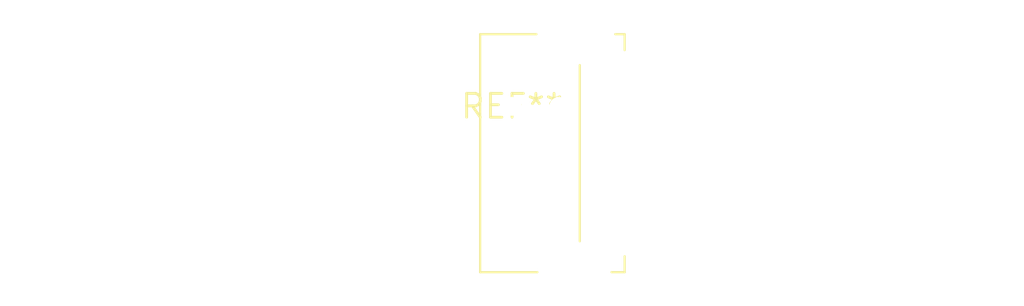
<source format=kicad_pcb>
(kicad_pcb (version 20240108) (generator pcbnew)
  (layers (0 "F.Cu" signal) (31 "B.Cu" signal) (34 "B.Paste" user) (35 "F.Paste" user) (36 "B.SilkS" user "B.Silkscreen") (37 "F.SilkS" user "F.Silkscreen") (38 "B.Mask" user) (39 "F.Mask" user) (44 "Edge.Cuts" user))
  (net 0 "")
  (footprint "RotaryEncoder_Bourns_Horizontal_PEC12R-2x17F-Sxxxx" (layer "F.Cu") (at 0 0)
    (property "Reference" "REF**")
    (property "Value" "RotaryEncoder_Bourns_Horizontal_PEC12R-2x17F-Sxxxx")
    (fp_line (start -1.7 -3.85) (end -1.7 8.85) (layer "F.SilkS") (stroke (width 0.12)))
    (fp_line (start -1.7 8.85) (end 1.35 8.85) (layer "F.SilkS") (stroke (width 0.12)))
    (fp_line (start 1.3 -3.85) (end -1.7 -3.85) (layer "F.SilkS") (stroke (width 0.12)))
    (fp_line (start 3.61 -2.2) (end 3.61 7.2) (layer "F.SilkS") (stroke (width 0.12)))
    (fp_line (start 5.3 8.85) (end 6 8.85) (layer "F.SilkS") (stroke (width 0.12)))
    (fp_line (start 6 -3.85) (end 5.5 -3.85) (layer "F.SilkS") (stroke (width 0.12)))
    (fp_line (start 6 -3) (end 6 -3.85) (layer "F.SilkS") (stroke (width 0.12)))
    (fp_line (start 6 8.85) (end 6 8) (layer "F.SilkS") (stroke (width 0.12)))
    (pad "A" thru_hole roundrect (at 0 0 270) (size 1.524 1.524) (drill 1) (layers *.Cu *.Mask) (remove_unused_layers) (roundrect_rratio 0.1640419948))
    (pad "B" thru_hole circle (at 0 5 270) (size 1.524 1.524) (drill 1) (layers *.Cu *.Mask) (remove_unused_layers))
    (pad "C" thru_hole circle (at 0 2.5 270) (size 1.524 1.524) (drill 1) (layers *.Cu *.Mask) (remove_unused_layers))
    (pad "S1" thru_hole circle (at 2.5 0 270) (size 1.524 1.524) (drill 1) (layers *.Cu *.Mask) (remove_unused_layers))
    (pad "S2" thru_hole circle (at 2.5 5 270) (size 1.524 1.524) (drill 1) (layers *.Cu *.Mask) (remove_unused_layers))
    (pad "SH" thru_hole roundrect (at 3.5 -3.95 180) (size 3.4 2.9) (drill oval 2.5 2.1 (offset 0.2 0)) (layers *.Cu *.Mask) (remove_unused_layers))
    (pad "SH" thru_hole roundrect (at 3.5 8.95 180) (size 3.4 2.9) (drill oval 2.5 2.1 (offset 0.2 0)) (layers *.Cu *.Mask) (remove_unused_layers))
  )
)
</source>
